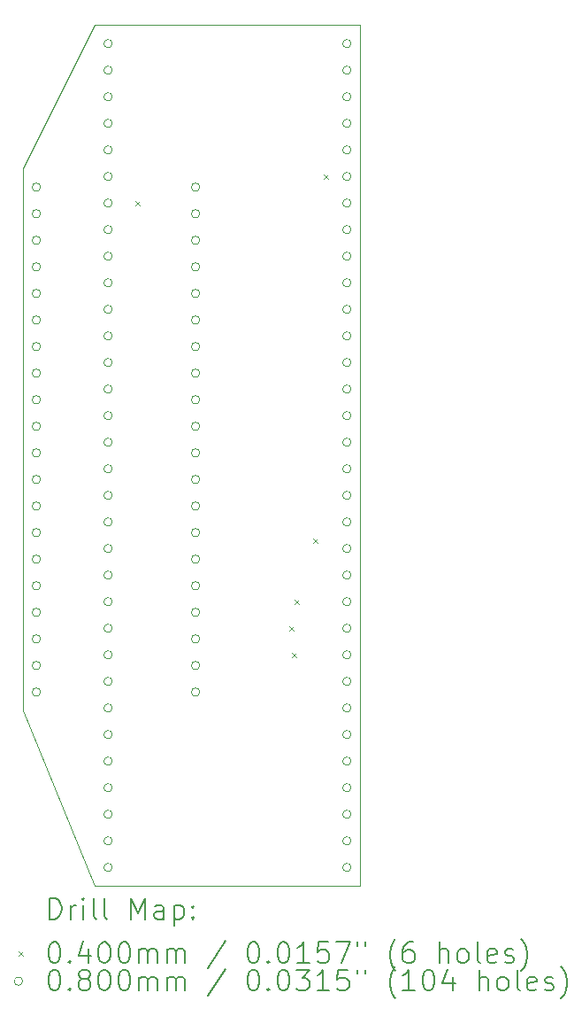
<source format=gbr>
%FSLAX45Y45*%
G04 Gerber Fmt 4.5, Leading zero omitted, Abs format (unit mm)*
G04 Created by KiCad (PCBNEW (6.0.0)) date 2023-01-29 20:39:41*
%MOMM*%
%LPD*%
G01*
G04 APERTURE LIST*
%TA.AperFunction,Profile*%
%ADD10C,0.100000*%
%TD*%
%ADD11C,0.200000*%
%ADD12C,0.040000*%
%ADD13C,0.080000*%
G04 APERTURE END LIST*
D10*
X14655800Y-3733800D02*
X14655800Y-11963400D01*
X12115800Y-3733800D02*
X14655800Y-3733800D01*
X12115800Y-11963400D02*
X11430000Y-10287000D01*
X11430000Y-5105400D02*
X12115800Y-3733800D01*
X11430000Y-10287000D02*
X11430000Y-5105400D01*
X14655800Y-11963400D02*
X12115800Y-11963400D01*
D11*
D12*
X12502200Y-5415600D02*
X12542200Y-5455600D01*
X12542200Y-5415600D02*
X12502200Y-5455600D01*
X13975400Y-9479600D02*
X14015400Y-9519600D01*
X14015400Y-9479600D02*
X13975400Y-9519600D01*
X14000800Y-9733600D02*
X14040800Y-9773600D01*
X14040800Y-9733600D02*
X14000800Y-9773600D01*
X14026200Y-9225600D02*
X14066200Y-9265600D01*
X14066200Y-9225600D02*
X14026200Y-9265600D01*
X14204000Y-8641400D02*
X14244000Y-8681400D01*
X14244000Y-8641400D02*
X14204000Y-8681400D01*
X14305600Y-5161600D02*
X14345600Y-5201600D01*
X14345600Y-5161600D02*
X14305600Y-5201600D01*
D13*
X11596500Y-5283700D02*
G75*
G03*
X11596500Y-5283700I-40000J0D01*
G01*
X11596500Y-5537700D02*
G75*
G03*
X11596500Y-5537700I-40000J0D01*
G01*
X11596500Y-5791700D02*
G75*
G03*
X11596500Y-5791700I-40000J0D01*
G01*
X11596500Y-6045700D02*
G75*
G03*
X11596500Y-6045700I-40000J0D01*
G01*
X11596500Y-6299700D02*
G75*
G03*
X11596500Y-6299700I-40000J0D01*
G01*
X11596500Y-6553700D02*
G75*
G03*
X11596500Y-6553700I-40000J0D01*
G01*
X11596500Y-6807700D02*
G75*
G03*
X11596500Y-6807700I-40000J0D01*
G01*
X11596500Y-7061700D02*
G75*
G03*
X11596500Y-7061700I-40000J0D01*
G01*
X11596500Y-7315700D02*
G75*
G03*
X11596500Y-7315700I-40000J0D01*
G01*
X11596500Y-7569700D02*
G75*
G03*
X11596500Y-7569700I-40000J0D01*
G01*
X11596500Y-7823700D02*
G75*
G03*
X11596500Y-7823700I-40000J0D01*
G01*
X11596500Y-8077700D02*
G75*
G03*
X11596500Y-8077700I-40000J0D01*
G01*
X11596500Y-8331700D02*
G75*
G03*
X11596500Y-8331700I-40000J0D01*
G01*
X11596500Y-8585700D02*
G75*
G03*
X11596500Y-8585700I-40000J0D01*
G01*
X11596500Y-8839700D02*
G75*
G03*
X11596500Y-8839700I-40000J0D01*
G01*
X11596500Y-9093700D02*
G75*
G03*
X11596500Y-9093700I-40000J0D01*
G01*
X11596500Y-9347700D02*
G75*
G03*
X11596500Y-9347700I-40000J0D01*
G01*
X11596500Y-9601700D02*
G75*
G03*
X11596500Y-9601700I-40000J0D01*
G01*
X11596500Y-9855700D02*
G75*
G03*
X11596500Y-9855700I-40000J0D01*
G01*
X11596500Y-10109700D02*
G75*
G03*
X11596500Y-10109700I-40000J0D01*
G01*
X12282800Y-3911600D02*
G75*
G03*
X12282800Y-3911600I-40000J0D01*
G01*
X12282800Y-4165600D02*
G75*
G03*
X12282800Y-4165600I-40000J0D01*
G01*
X12282800Y-4419600D02*
G75*
G03*
X12282800Y-4419600I-40000J0D01*
G01*
X12282800Y-4673600D02*
G75*
G03*
X12282800Y-4673600I-40000J0D01*
G01*
X12282800Y-4927600D02*
G75*
G03*
X12282800Y-4927600I-40000J0D01*
G01*
X12282800Y-5181600D02*
G75*
G03*
X12282800Y-5181600I-40000J0D01*
G01*
X12282800Y-5435600D02*
G75*
G03*
X12282800Y-5435600I-40000J0D01*
G01*
X12282800Y-5689600D02*
G75*
G03*
X12282800Y-5689600I-40000J0D01*
G01*
X12282800Y-5943600D02*
G75*
G03*
X12282800Y-5943600I-40000J0D01*
G01*
X12282800Y-6197600D02*
G75*
G03*
X12282800Y-6197600I-40000J0D01*
G01*
X12282800Y-6451600D02*
G75*
G03*
X12282800Y-6451600I-40000J0D01*
G01*
X12282800Y-6705600D02*
G75*
G03*
X12282800Y-6705600I-40000J0D01*
G01*
X12282800Y-6959600D02*
G75*
G03*
X12282800Y-6959600I-40000J0D01*
G01*
X12282800Y-7213600D02*
G75*
G03*
X12282800Y-7213600I-40000J0D01*
G01*
X12282800Y-7467600D02*
G75*
G03*
X12282800Y-7467600I-40000J0D01*
G01*
X12282800Y-7721600D02*
G75*
G03*
X12282800Y-7721600I-40000J0D01*
G01*
X12282800Y-7975600D02*
G75*
G03*
X12282800Y-7975600I-40000J0D01*
G01*
X12282800Y-8229600D02*
G75*
G03*
X12282800Y-8229600I-40000J0D01*
G01*
X12282800Y-8483600D02*
G75*
G03*
X12282800Y-8483600I-40000J0D01*
G01*
X12282800Y-8737600D02*
G75*
G03*
X12282800Y-8737600I-40000J0D01*
G01*
X12282800Y-8991600D02*
G75*
G03*
X12282800Y-8991600I-40000J0D01*
G01*
X12282800Y-9245600D02*
G75*
G03*
X12282800Y-9245600I-40000J0D01*
G01*
X12282800Y-9499600D02*
G75*
G03*
X12282800Y-9499600I-40000J0D01*
G01*
X12282800Y-9753600D02*
G75*
G03*
X12282800Y-9753600I-40000J0D01*
G01*
X12282800Y-10007600D02*
G75*
G03*
X12282800Y-10007600I-40000J0D01*
G01*
X12282800Y-10261600D02*
G75*
G03*
X12282800Y-10261600I-40000J0D01*
G01*
X12282800Y-10515600D02*
G75*
G03*
X12282800Y-10515600I-40000J0D01*
G01*
X12282800Y-10769600D02*
G75*
G03*
X12282800Y-10769600I-40000J0D01*
G01*
X12282800Y-11023600D02*
G75*
G03*
X12282800Y-11023600I-40000J0D01*
G01*
X12282800Y-11277600D02*
G75*
G03*
X12282800Y-11277600I-40000J0D01*
G01*
X12282800Y-11531600D02*
G75*
G03*
X12282800Y-11531600I-40000J0D01*
G01*
X12282800Y-11785600D02*
G75*
G03*
X12282800Y-11785600I-40000J0D01*
G01*
X13120500Y-5283700D02*
G75*
G03*
X13120500Y-5283700I-40000J0D01*
G01*
X13120500Y-5537700D02*
G75*
G03*
X13120500Y-5537700I-40000J0D01*
G01*
X13120500Y-5791700D02*
G75*
G03*
X13120500Y-5791700I-40000J0D01*
G01*
X13120500Y-6045700D02*
G75*
G03*
X13120500Y-6045700I-40000J0D01*
G01*
X13120500Y-6299700D02*
G75*
G03*
X13120500Y-6299700I-40000J0D01*
G01*
X13120500Y-6553700D02*
G75*
G03*
X13120500Y-6553700I-40000J0D01*
G01*
X13120500Y-6807700D02*
G75*
G03*
X13120500Y-6807700I-40000J0D01*
G01*
X13120500Y-7061700D02*
G75*
G03*
X13120500Y-7061700I-40000J0D01*
G01*
X13120500Y-7315700D02*
G75*
G03*
X13120500Y-7315700I-40000J0D01*
G01*
X13120500Y-7569700D02*
G75*
G03*
X13120500Y-7569700I-40000J0D01*
G01*
X13120500Y-7823700D02*
G75*
G03*
X13120500Y-7823700I-40000J0D01*
G01*
X13120500Y-8077700D02*
G75*
G03*
X13120500Y-8077700I-40000J0D01*
G01*
X13120500Y-8331700D02*
G75*
G03*
X13120500Y-8331700I-40000J0D01*
G01*
X13120500Y-8585700D02*
G75*
G03*
X13120500Y-8585700I-40000J0D01*
G01*
X13120500Y-8839700D02*
G75*
G03*
X13120500Y-8839700I-40000J0D01*
G01*
X13120500Y-9093700D02*
G75*
G03*
X13120500Y-9093700I-40000J0D01*
G01*
X13120500Y-9347700D02*
G75*
G03*
X13120500Y-9347700I-40000J0D01*
G01*
X13120500Y-9601700D02*
G75*
G03*
X13120500Y-9601700I-40000J0D01*
G01*
X13120500Y-9855700D02*
G75*
G03*
X13120500Y-9855700I-40000J0D01*
G01*
X13120500Y-10109700D02*
G75*
G03*
X13120500Y-10109700I-40000J0D01*
G01*
X14568800Y-3911600D02*
G75*
G03*
X14568800Y-3911600I-40000J0D01*
G01*
X14568800Y-4165600D02*
G75*
G03*
X14568800Y-4165600I-40000J0D01*
G01*
X14568800Y-4419600D02*
G75*
G03*
X14568800Y-4419600I-40000J0D01*
G01*
X14568800Y-4673600D02*
G75*
G03*
X14568800Y-4673600I-40000J0D01*
G01*
X14568800Y-4927600D02*
G75*
G03*
X14568800Y-4927600I-40000J0D01*
G01*
X14568800Y-5181600D02*
G75*
G03*
X14568800Y-5181600I-40000J0D01*
G01*
X14568800Y-5435600D02*
G75*
G03*
X14568800Y-5435600I-40000J0D01*
G01*
X14568800Y-5689600D02*
G75*
G03*
X14568800Y-5689600I-40000J0D01*
G01*
X14568800Y-5943600D02*
G75*
G03*
X14568800Y-5943600I-40000J0D01*
G01*
X14568800Y-6197600D02*
G75*
G03*
X14568800Y-6197600I-40000J0D01*
G01*
X14568800Y-6451600D02*
G75*
G03*
X14568800Y-6451600I-40000J0D01*
G01*
X14568800Y-6705600D02*
G75*
G03*
X14568800Y-6705600I-40000J0D01*
G01*
X14568800Y-6959600D02*
G75*
G03*
X14568800Y-6959600I-40000J0D01*
G01*
X14568800Y-7213600D02*
G75*
G03*
X14568800Y-7213600I-40000J0D01*
G01*
X14568800Y-7467600D02*
G75*
G03*
X14568800Y-7467600I-40000J0D01*
G01*
X14568800Y-7721600D02*
G75*
G03*
X14568800Y-7721600I-40000J0D01*
G01*
X14568800Y-7975600D02*
G75*
G03*
X14568800Y-7975600I-40000J0D01*
G01*
X14568800Y-8229600D02*
G75*
G03*
X14568800Y-8229600I-40000J0D01*
G01*
X14568800Y-8483600D02*
G75*
G03*
X14568800Y-8483600I-40000J0D01*
G01*
X14568800Y-8737600D02*
G75*
G03*
X14568800Y-8737600I-40000J0D01*
G01*
X14568800Y-8991600D02*
G75*
G03*
X14568800Y-8991600I-40000J0D01*
G01*
X14568800Y-9245600D02*
G75*
G03*
X14568800Y-9245600I-40000J0D01*
G01*
X14568800Y-9499600D02*
G75*
G03*
X14568800Y-9499600I-40000J0D01*
G01*
X14568800Y-9753600D02*
G75*
G03*
X14568800Y-9753600I-40000J0D01*
G01*
X14568800Y-10007600D02*
G75*
G03*
X14568800Y-10007600I-40000J0D01*
G01*
X14568800Y-10261600D02*
G75*
G03*
X14568800Y-10261600I-40000J0D01*
G01*
X14568800Y-10515600D02*
G75*
G03*
X14568800Y-10515600I-40000J0D01*
G01*
X14568800Y-10769600D02*
G75*
G03*
X14568800Y-10769600I-40000J0D01*
G01*
X14568800Y-11023600D02*
G75*
G03*
X14568800Y-11023600I-40000J0D01*
G01*
X14568800Y-11277600D02*
G75*
G03*
X14568800Y-11277600I-40000J0D01*
G01*
X14568800Y-11531600D02*
G75*
G03*
X14568800Y-11531600I-40000J0D01*
G01*
X14568800Y-11785600D02*
G75*
G03*
X14568800Y-11785600I-40000J0D01*
G01*
D11*
X11682619Y-12278876D02*
X11682619Y-12078876D01*
X11730238Y-12078876D01*
X11758809Y-12088400D01*
X11777857Y-12107448D01*
X11787381Y-12126495D01*
X11796905Y-12164590D01*
X11796905Y-12193162D01*
X11787381Y-12231257D01*
X11777857Y-12250305D01*
X11758809Y-12269352D01*
X11730238Y-12278876D01*
X11682619Y-12278876D01*
X11882619Y-12278876D02*
X11882619Y-12145543D01*
X11882619Y-12183638D02*
X11892143Y-12164590D01*
X11901667Y-12155067D01*
X11920714Y-12145543D01*
X11939762Y-12145543D01*
X12006428Y-12278876D02*
X12006428Y-12145543D01*
X12006428Y-12078876D02*
X11996905Y-12088400D01*
X12006428Y-12097924D01*
X12015952Y-12088400D01*
X12006428Y-12078876D01*
X12006428Y-12097924D01*
X12130238Y-12278876D02*
X12111190Y-12269352D01*
X12101667Y-12250305D01*
X12101667Y-12078876D01*
X12235000Y-12278876D02*
X12215952Y-12269352D01*
X12206428Y-12250305D01*
X12206428Y-12078876D01*
X12463571Y-12278876D02*
X12463571Y-12078876D01*
X12530238Y-12221733D01*
X12596905Y-12078876D01*
X12596905Y-12278876D01*
X12777857Y-12278876D02*
X12777857Y-12174114D01*
X12768333Y-12155067D01*
X12749286Y-12145543D01*
X12711190Y-12145543D01*
X12692143Y-12155067D01*
X12777857Y-12269352D02*
X12758809Y-12278876D01*
X12711190Y-12278876D01*
X12692143Y-12269352D01*
X12682619Y-12250305D01*
X12682619Y-12231257D01*
X12692143Y-12212209D01*
X12711190Y-12202686D01*
X12758809Y-12202686D01*
X12777857Y-12193162D01*
X12873095Y-12145543D02*
X12873095Y-12345543D01*
X12873095Y-12155067D02*
X12892143Y-12145543D01*
X12930238Y-12145543D01*
X12949286Y-12155067D01*
X12958809Y-12164590D01*
X12968333Y-12183638D01*
X12968333Y-12240781D01*
X12958809Y-12259828D01*
X12949286Y-12269352D01*
X12930238Y-12278876D01*
X12892143Y-12278876D01*
X12873095Y-12269352D01*
X13054048Y-12259828D02*
X13063571Y-12269352D01*
X13054048Y-12278876D01*
X13044524Y-12269352D01*
X13054048Y-12259828D01*
X13054048Y-12278876D01*
X13054048Y-12155067D02*
X13063571Y-12164590D01*
X13054048Y-12174114D01*
X13044524Y-12164590D01*
X13054048Y-12155067D01*
X13054048Y-12174114D01*
D12*
X11385000Y-12588400D02*
X11425000Y-12628400D01*
X11425000Y-12588400D02*
X11385000Y-12628400D01*
D11*
X11720714Y-12498876D02*
X11739762Y-12498876D01*
X11758809Y-12508400D01*
X11768333Y-12517924D01*
X11777857Y-12536971D01*
X11787381Y-12575067D01*
X11787381Y-12622686D01*
X11777857Y-12660781D01*
X11768333Y-12679828D01*
X11758809Y-12689352D01*
X11739762Y-12698876D01*
X11720714Y-12698876D01*
X11701667Y-12689352D01*
X11692143Y-12679828D01*
X11682619Y-12660781D01*
X11673095Y-12622686D01*
X11673095Y-12575067D01*
X11682619Y-12536971D01*
X11692143Y-12517924D01*
X11701667Y-12508400D01*
X11720714Y-12498876D01*
X11873095Y-12679828D02*
X11882619Y-12689352D01*
X11873095Y-12698876D01*
X11863571Y-12689352D01*
X11873095Y-12679828D01*
X11873095Y-12698876D01*
X12054048Y-12565543D02*
X12054048Y-12698876D01*
X12006428Y-12489352D02*
X11958809Y-12632209D01*
X12082619Y-12632209D01*
X12196905Y-12498876D02*
X12215952Y-12498876D01*
X12235000Y-12508400D01*
X12244524Y-12517924D01*
X12254048Y-12536971D01*
X12263571Y-12575067D01*
X12263571Y-12622686D01*
X12254048Y-12660781D01*
X12244524Y-12679828D01*
X12235000Y-12689352D01*
X12215952Y-12698876D01*
X12196905Y-12698876D01*
X12177857Y-12689352D01*
X12168333Y-12679828D01*
X12158809Y-12660781D01*
X12149286Y-12622686D01*
X12149286Y-12575067D01*
X12158809Y-12536971D01*
X12168333Y-12517924D01*
X12177857Y-12508400D01*
X12196905Y-12498876D01*
X12387381Y-12498876D02*
X12406428Y-12498876D01*
X12425476Y-12508400D01*
X12435000Y-12517924D01*
X12444524Y-12536971D01*
X12454048Y-12575067D01*
X12454048Y-12622686D01*
X12444524Y-12660781D01*
X12435000Y-12679828D01*
X12425476Y-12689352D01*
X12406428Y-12698876D01*
X12387381Y-12698876D01*
X12368333Y-12689352D01*
X12358809Y-12679828D01*
X12349286Y-12660781D01*
X12339762Y-12622686D01*
X12339762Y-12575067D01*
X12349286Y-12536971D01*
X12358809Y-12517924D01*
X12368333Y-12508400D01*
X12387381Y-12498876D01*
X12539762Y-12698876D02*
X12539762Y-12565543D01*
X12539762Y-12584590D02*
X12549286Y-12575067D01*
X12568333Y-12565543D01*
X12596905Y-12565543D01*
X12615952Y-12575067D01*
X12625476Y-12594114D01*
X12625476Y-12698876D01*
X12625476Y-12594114D02*
X12635000Y-12575067D01*
X12654048Y-12565543D01*
X12682619Y-12565543D01*
X12701667Y-12575067D01*
X12711190Y-12594114D01*
X12711190Y-12698876D01*
X12806428Y-12698876D02*
X12806428Y-12565543D01*
X12806428Y-12584590D02*
X12815952Y-12575067D01*
X12835000Y-12565543D01*
X12863571Y-12565543D01*
X12882619Y-12575067D01*
X12892143Y-12594114D01*
X12892143Y-12698876D01*
X12892143Y-12594114D02*
X12901667Y-12575067D01*
X12920714Y-12565543D01*
X12949286Y-12565543D01*
X12968333Y-12575067D01*
X12977857Y-12594114D01*
X12977857Y-12698876D01*
X13368333Y-12489352D02*
X13196905Y-12746495D01*
X13625476Y-12498876D02*
X13644524Y-12498876D01*
X13663571Y-12508400D01*
X13673095Y-12517924D01*
X13682619Y-12536971D01*
X13692143Y-12575067D01*
X13692143Y-12622686D01*
X13682619Y-12660781D01*
X13673095Y-12679828D01*
X13663571Y-12689352D01*
X13644524Y-12698876D01*
X13625476Y-12698876D01*
X13606428Y-12689352D01*
X13596905Y-12679828D01*
X13587381Y-12660781D01*
X13577857Y-12622686D01*
X13577857Y-12575067D01*
X13587381Y-12536971D01*
X13596905Y-12517924D01*
X13606428Y-12508400D01*
X13625476Y-12498876D01*
X13777857Y-12679828D02*
X13787381Y-12689352D01*
X13777857Y-12698876D01*
X13768333Y-12689352D01*
X13777857Y-12679828D01*
X13777857Y-12698876D01*
X13911190Y-12498876D02*
X13930238Y-12498876D01*
X13949286Y-12508400D01*
X13958809Y-12517924D01*
X13968333Y-12536971D01*
X13977857Y-12575067D01*
X13977857Y-12622686D01*
X13968333Y-12660781D01*
X13958809Y-12679828D01*
X13949286Y-12689352D01*
X13930238Y-12698876D01*
X13911190Y-12698876D01*
X13892143Y-12689352D01*
X13882619Y-12679828D01*
X13873095Y-12660781D01*
X13863571Y-12622686D01*
X13863571Y-12575067D01*
X13873095Y-12536971D01*
X13882619Y-12517924D01*
X13892143Y-12508400D01*
X13911190Y-12498876D01*
X14168333Y-12698876D02*
X14054048Y-12698876D01*
X14111190Y-12698876D02*
X14111190Y-12498876D01*
X14092143Y-12527448D01*
X14073095Y-12546495D01*
X14054048Y-12556019D01*
X14349286Y-12498876D02*
X14254048Y-12498876D01*
X14244524Y-12594114D01*
X14254048Y-12584590D01*
X14273095Y-12575067D01*
X14320714Y-12575067D01*
X14339762Y-12584590D01*
X14349286Y-12594114D01*
X14358809Y-12613162D01*
X14358809Y-12660781D01*
X14349286Y-12679828D01*
X14339762Y-12689352D01*
X14320714Y-12698876D01*
X14273095Y-12698876D01*
X14254048Y-12689352D01*
X14244524Y-12679828D01*
X14425476Y-12498876D02*
X14558809Y-12498876D01*
X14473095Y-12698876D01*
X14625476Y-12498876D02*
X14625476Y-12536971D01*
X14701667Y-12498876D02*
X14701667Y-12536971D01*
X14996905Y-12775067D02*
X14987381Y-12765543D01*
X14968333Y-12736971D01*
X14958809Y-12717924D01*
X14949286Y-12689352D01*
X14939762Y-12641733D01*
X14939762Y-12603638D01*
X14949286Y-12556019D01*
X14958809Y-12527448D01*
X14968333Y-12508400D01*
X14987381Y-12479828D01*
X14996905Y-12470305D01*
X15158809Y-12498876D02*
X15120714Y-12498876D01*
X15101667Y-12508400D01*
X15092143Y-12517924D01*
X15073095Y-12546495D01*
X15063571Y-12584590D01*
X15063571Y-12660781D01*
X15073095Y-12679828D01*
X15082619Y-12689352D01*
X15101667Y-12698876D01*
X15139762Y-12698876D01*
X15158809Y-12689352D01*
X15168333Y-12679828D01*
X15177857Y-12660781D01*
X15177857Y-12613162D01*
X15168333Y-12594114D01*
X15158809Y-12584590D01*
X15139762Y-12575067D01*
X15101667Y-12575067D01*
X15082619Y-12584590D01*
X15073095Y-12594114D01*
X15063571Y-12613162D01*
X15415952Y-12698876D02*
X15415952Y-12498876D01*
X15501667Y-12698876D02*
X15501667Y-12594114D01*
X15492143Y-12575067D01*
X15473095Y-12565543D01*
X15444524Y-12565543D01*
X15425476Y-12575067D01*
X15415952Y-12584590D01*
X15625476Y-12698876D02*
X15606428Y-12689352D01*
X15596905Y-12679828D01*
X15587381Y-12660781D01*
X15587381Y-12603638D01*
X15596905Y-12584590D01*
X15606428Y-12575067D01*
X15625476Y-12565543D01*
X15654048Y-12565543D01*
X15673095Y-12575067D01*
X15682619Y-12584590D01*
X15692143Y-12603638D01*
X15692143Y-12660781D01*
X15682619Y-12679828D01*
X15673095Y-12689352D01*
X15654048Y-12698876D01*
X15625476Y-12698876D01*
X15806428Y-12698876D02*
X15787381Y-12689352D01*
X15777857Y-12670305D01*
X15777857Y-12498876D01*
X15958809Y-12689352D02*
X15939762Y-12698876D01*
X15901667Y-12698876D01*
X15882619Y-12689352D01*
X15873095Y-12670305D01*
X15873095Y-12594114D01*
X15882619Y-12575067D01*
X15901667Y-12565543D01*
X15939762Y-12565543D01*
X15958809Y-12575067D01*
X15968333Y-12594114D01*
X15968333Y-12613162D01*
X15873095Y-12632209D01*
X16044524Y-12689352D02*
X16063571Y-12698876D01*
X16101667Y-12698876D01*
X16120714Y-12689352D01*
X16130238Y-12670305D01*
X16130238Y-12660781D01*
X16120714Y-12641733D01*
X16101667Y-12632209D01*
X16073095Y-12632209D01*
X16054048Y-12622686D01*
X16044524Y-12603638D01*
X16044524Y-12594114D01*
X16054048Y-12575067D01*
X16073095Y-12565543D01*
X16101667Y-12565543D01*
X16120714Y-12575067D01*
X16196905Y-12775067D02*
X16206428Y-12765543D01*
X16225476Y-12736971D01*
X16235000Y-12717924D01*
X16244524Y-12689352D01*
X16254048Y-12641733D01*
X16254048Y-12603638D01*
X16244524Y-12556019D01*
X16235000Y-12527448D01*
X16225476Y-12508400D01*
X16206428Y-12479828D01*
X16196905Y-12470305D01*
D13*
X11425000Y-12872400D02*
G75*
G03*
X11425000Y-12872400I-40000J0D01*
G01*
D11*
X11720714Y-12762876D02*
X11739762Y-12762876D01*
X11758809Y-12772400D01*
X11768333Y-12781924D01*
X11777857Y-12800971D01*
X11787381Y-12839067D01*
X11787381Y-12886686D01*
X11777857Y-12924781D01*
X11768333Y-12943828D01*
X11758809Y-12953352D01*
X11739762Y-12962876D01*
X11720714Y-12962876D01*
X11701667Y-12953352D01*
X11692143Y-12943828D01*
X11682619Y-12924781D01*
X11673095Y-12886686D01*
X11673095Y-12839067D01*
X11682619Y-12800971D01*
X11692143Y-12781924D01*
X11701667Y-12772400D01*
X11720714Y-12762876D01*
X11873095Y-12943828D02*
X11882619Y-12953352D01*
X11873095Y-12962876D01*
X11863571Y-12953352D01*
X11873095Y-12943828D01*
X11873095Y-12962876D01*
X11996905Y-12848590D02*
X11977857Y-12839067D01*
X11968333Y-12829543D01*
X11958809Y-12810495D01*
X11958809Y-12800971D01*
X11968333Y-12781924D01*
X11977857Y-12772400D01*
X11996905Y-12762876D01*
X12035000Y-12762876D01*
X12054048Y-12772400D01*
X12063571Y-12781924D01*
X12073095Y-12800971D01*
X12073095Y-12810495D01*
X12063571Y-12829543D01*
X12054048Y-12839067D01*
X12035000Y-12848590D01*
X11996905Y-12848590D01*
X11977857Y-12858114D01*
X11968333Y-12867638D01*
X11958809Y-12886686D01*
X11958809Y-12924781D01*
X11968333Y-12943828D01*
X11977857Y-12953352D01*
X11996905Y-12962876D01*
X12035000Y-12962876D01*
X12054048Y-12953352D01*
X12063571Y-12943828D01*
X12073095Y-12924781D01*
X12073095Y-12886686D01*
X12063571Y-12867638D01*
X12054048Y-12858114D01*
X12035000Y-12848590D01*
X12196905Y-12762876D02*
X12215952Y-12762876D01*
X12235000Y-12772400D01*
X12244524Y-12781924D01*
X12254048Y-12800971D01*
X12263571Y-12839067D01*
X12263571Y-12886686D01*
X12254048Y-12924781D01*
X12244524Y-12943828D01*
X12235000Y-12953352D01*
X12215952Y-12962876D01*
X12196905Y-12962876D01*
X12177857Y-12953352D01*
X12168333Y-12943828D01*
X12158809Y-12924781D01*
X12149286Y-12886686D01*
X12149286Y-12839067D01*
X12158809Y-12800971D01*
X12168333Y-12781924D01*
X12177857Y-12772400D01*
X12196905Y-12762876D01*
X12387381Y-12762876D02*
X12406428Y-12762876D01*
X12425476Y-12772400D01*
X12435000Y-12781924D01*
X12444524Y-12800971D01*
X12454048Y-12839067D01*
X12454048Y-12886686D01*
X12444524Y-12924781D01*
X12435000Y-12943828D01*
X12425476Y-12953352D01*
X12406428Y-12962876D01*
X12387381Y-12962876D01*
X12368333Y-12953352D01*
X12358809Y-12943828D01*
X12349286Y-12924781D01*
X12339762Y-12886686D01*
X12339762Y-12839067D01*
X12349286Y-12800971D01*
X12358809Y-12781924D01*
X12368333Y-12772400D01*
X12387381Y-12762876D01*
X12539762Y-12962876D02*
X12539762Y-12829543D01*
X12539762Y-12848590D02*
X12549286Y-12839067D01*
X12568333Y-12829543D01*
X12596905Y-12829543D01*
X12615952Y-12839067D01*
X12625476Y-12858114D01*
X12625476Y-12962876D01*
X12625476Y-12858114D02*
X12635000Y-12839067D01*
X12654048Y-12829543D01*
X12682619Y-12829543D01*
X12701667Y-12839067D01*
X12711190Y-12858114D01*
X12711190Y-12962876D01*
X12806428Y-12962876D02*
X12806428Y-12829543D01*
X12806428Y-12848590D02*
X12815952Y-12839067D01*
X12835000Y-12829543D01*
X12863571Y-12829543D01*
X12882619Y-12839067D01*
X12892143Y-12858114D01*
X12892143Y-12962876D01*
X12892143Y-12858114D02*
X12901667Y-12839067D01*
X12920714Y-12829543D01*
X12949286Y-12829543D01*
X12968333Y-12839067D01*
X12977857Y-12858114D01*
X12977857Y-12962876D01*
X13368333Y-12753352D02*
X13196905Y-13010495D01*
X13625476Y-12762876D02*
X13644524Y-12762876D01*
X13663571Y-12772400D01*
X13673095Y-12781924D01*
X13682619Y-12800971D01*
X13692143Y-12839067D01*
X13692143Y-12886686D01*
X13682619Y-12924781D01*
X13673095Y-12943828D01*
X13663571Y-12953352D01*
X13644524Y-12962876D01*
X13625476Y-12962876D01*
X13606428Y-12953352D01*
X13596905Y-12943828D01*
X13587381Y-12924781D01*
X13577857Y-12886686D01*
X13577857Y-12839067D01*
X13587381Y-12800971D01*
X13596905Y-12781924D01*
X13606428Y-12772400D01*
X13625476Y-12762876D01*
X13777857Y-12943828D02*
X13787381Y-12953352D01*
X13777857Y-12962876D01*
X13768333Y-12953352D01*
X13777857Y-12943828D01*
X13777857Y-12962876D01*
X13911190Y-12762876D02*
X13930238Y-12762876D01*
X13949286Y-12772400D01*
X13958809Y-12781924D01*
X13968333Y-12800971D01*
X13977857Y-12839067D01*
X13977857Y-12886686D01*
X13968333Y-12924781D01*
X13958809Y-12943828D01*
X13949286Y-12953352D01*
X13930238Y-12962876D01*
X13911190Y-12962876D01*
X13892143Y-12953352D01*
X13882619Y-12943828D01*
X13873095Y-12924781D01*
X13863571Y-12886686D01*
X13863571Y-12839067D01*
X13873095Y-12800971D01*
X13882619Y-12781924D01*
X13892143Y-12772400D01*
X13911190Y-12762876D01*
X14044524Y-12762876D02*
X14168333Y-12762876D01*
X14101667Y-12839067D01*
X14130238Y-12839067D01*
X14149286Y-12848590D01*
X14158809Y-12858114D01*
X14168333Y-12877162D01*
X14168333Y-12924781D01*
X14158809Y-12943828D01*
X14149286Y-12953352D01*
X14130238Y-12962876D01*
X14073095Y-12962876D01*
X14054048Y-12953352D01*
X14044524Y-12943828D01*
X14358809Y-12962876D02*
X14244524Y-12962876D01*
X14301667Y-12962876D02*
X14301667Y-12762876D01*
X14282619Y-12791448D01*
X14263571Y-12810495D01*
X14244524Y-12820019D01*
X14539762Y-12762876D02*
X14444524Y-12762876D01*
X14435000Y-12858114D01*
X14444524Y-12848590D01*
X14463571Y-12839067D01*
X14511190Y-12839067D01*
X14530238Y-12848590D01*
X14539762Y-12858114D01*
X14549286Y-12877162D01*
X14549286Y-12924781D01*
X14539762Y-12943828D01*
X14530238Y-12953352D01*
X14511190Y-12962876D01*
X14463571Y-12962876D01*
X14444524Y-12953352D01*
X14435000Y-12943828D01*
X14625476Y-12762876D02*
X14625476Y-12800971D01*
X14701667Y-12762876D02*
X14701667Y-12800971D01*
X14996905Y-13039067D02*
X14987381Y-13029543D01*
X14968333Y-13000971D01*
X14958809Y-12981924D01*
X14949286Y-12953352D01*
X14939762Y-12905733D01*
X14939762Y-12867638D01*
X14949286Y-12820019D01*
X14958809Y-12791448D01*
X14968333Y-12772400D01*
X14987381Y-12743828D01*
X14996905Y-12734305D01*
X15177857Y-12962876D02*
X15063571Y-12962876D01*
X15120714Y-12962876D02*
X15120714Y-12762876D01*
X15101667Y-12791448D01*
X15082619Y-12810495D01*
X15063571Y-12820019D01*
X15301667Y-12762876D02*
X15320714Y-12762876D01*
X15339762Y-12772400D01*
X15349286Y-12781924D01*
X15358809Y-12800971D01*
X15368333Y-12839067D01*
X15368333Y-12886686D01*
X15358809Y-12924781D01*
X15349286Y-12943828D01*
X15339762Y-12953352D01*
X15320714Y-12962876D01*
X15301667Y-12962876D01*
X15282619Y-12953352D01*
X15273095Y-12943828D01*
X15263571Y-12924781D01*
X15254048Y-12886686D01*
X15254048Y-12839067D01*
X15263571Y-12800971D01*
X15273095Y-12781924D01*
X15282619Y-12772400D01*
X15301667Y-12762876D01*
X15539762Y-12829543D02*
X15539762Y-12962876D01*
X15492143Y-12753352D02*
X15444524Y-12896209D01*
X15568333Y-12896209D01*
X15796905Y-12962876D02*
X15796905Y-12762876D01*
X15882619Y-12962876D02*
X15882619Y-12858114D01*
X15873095Y-12839067D01*
X15854048Y-12829543D01*
X15825476Y-12829543D01*
X15806428Y-12839067D01*
X15796905Y-12848590D01*
X16006428Y-12962876D02*
X15987381Y-12953352D01*
X15977857Y-12943828D01*
X15968333Y-12924781D01*
X15968333Y-12867638D01*
X15977857Y-12848590D01*
X15987381Y-12839067D01*
X16006428Y-12829543D01*
X16035000Y-12829543D01*
X16054048Y-12839067D01*
X16063571Y-12848590D01*
X16073095Y-12867638D01*
X16073095Y-12924781D01*
X16063571Y-12943828D01*
X16054048Y-12953352D01*
X16035000Y-12962876D01*
X16006428Y-12962876D01*
X16187381Y-12962876D02*
X16168333Y-12953352D01*
X16158809Y-12934305D01*
X16158809Y-12762876D01*
X16339762Y-12953352D02*
X16320714Y-12962876D01*
X16282619Y-12962876D01*
X16263571Y-12953352D01*
X16254048Y-12934305D01*
X16254048Y-12858114D01*
X16263571Y-12839067D01*
X16282619Y-12829543D01*
X16320714Y-12829543D01*
X16339762Y-12839067D01*
X16349286Y-12858114D01*
X16349286Y-12877162D01*
X16254048Y-12896209D01*
X16425476Y-12953352D02*
X16444524Y-12962876D01*
X16482619Y-12962876D01*
X16501667Y-12953352D01*
X16511190Y-12934305D01*
X16511190Y-12924781D01*
X16501667Y-12905733D01*
X16482619Y-12896209D01*
X16454048Y-12896209D01*
X16435000Y-12886686D01*
X16425476Y-12867638D01*
X16425476Y-12858114D01*
X16435000Y-12839067D01*
X16454048Y-12829543D01*
X16482619Y-12829543D01*
X16501667Y-12839067D01*
X16577857Y-13039067D02*
X16587381Y-13029543D01*
X16606428Y-13000971D01*
X16615952Y-12981924D01*
X16625476Y-12953352D01*
X16635000Y-12905733D01*
X16635000Y-12867638D01*
X16625476Y-12820019D01*
X16615952Y-12791448D01*
X16606428Y-12772400D01*
X16587381Y-12743828D01*
X16577857Y-12734305D01*
M02*

</source>
